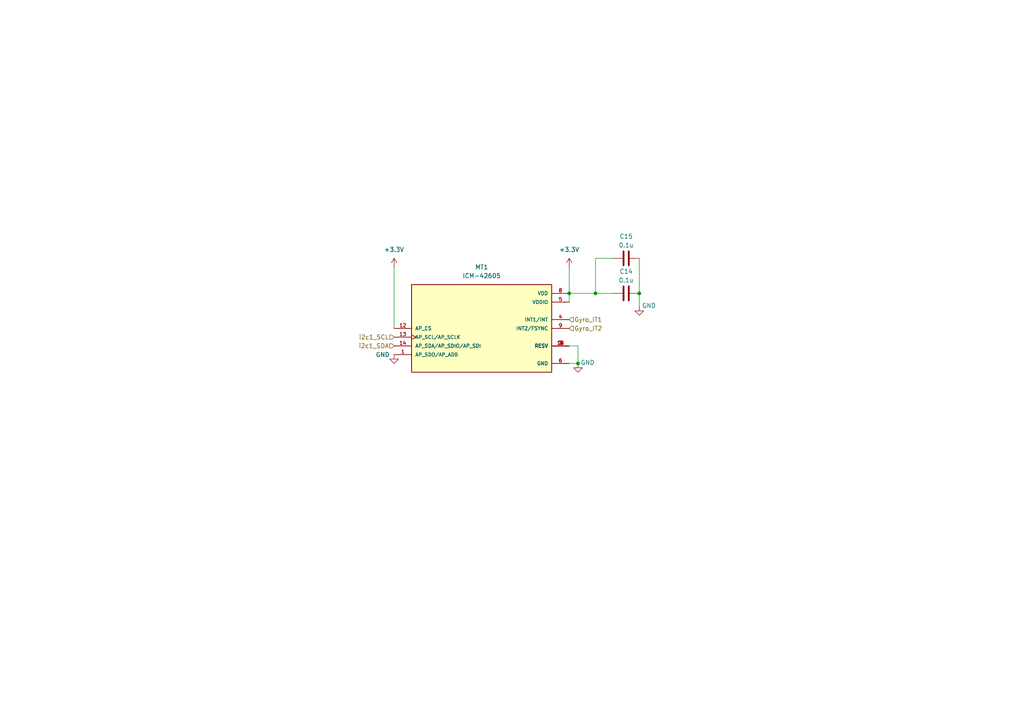
<source format=kicad_sch>
(kicad_sch (version 20250114) (generator "eeschema") (generator_version "9.0")
  (paper "A4")
  (lib_symbols
    (symbol "Device:C" (pin_numbers (hide yes)) (pin_names (offset 0.254))
      (property "Reference" "C" (at 0.635 2.54 0))
      (property "Value" "C" (at 0.635 -2.54 0))
      (symbol "C_0_1"
        (polyline (pts (xy -2.032 0.762) (xy 2.032 0.762)) (stroke (width 0.508)))
        (polyline (pts (xy -2.032 -0.762) (xy 2.032 -0.762)) (stroke (width 0.508)))
      )
      (symbol "C_1_1"
        (pin passive line (at 0 3.81 270) (length 2.794) (name "~") (number "1"))
        (pin passive line (at 0 -3.81 90) (length 2.794) (name "~") (number "2"))
      )
    )
    (symbol "ICM-42605:ICM-42605" (pin_names (offset 1.016))
      (property "Reference" "MT" (at -20.32 13.97 0))
      (property "Value" "ICM-42605" (at -20.32 -15.24 0))
      (symbol "ICM-42605_0_0"
        (rectangle (start -20.32 -12.7) (end 20.32 12.7) (stroke (width 0.254)) (fill (type background)))
        (pin input line (at -25.4 0 0) (length 5.08) (name "AP_CS") (number "12"))
        (pin input clock (at -25.4 -2.54 0) (length 5.08) (name "AP_SCL/AP_SCLK") (number "13"))
        (pin bidirectional line (at -25.4 -5.08 0) (length 5.08) (name "AP_SDA/AP_SDIO/AP_SDI") (number "14"))
        (pin bidirectional line (at -25.4 -7.62 0) (length 5.08) (name "AP_SDO/AP_AD0") (number "1"))
        (pin power_in line (at 25.4 10.16 180) (length 5.08) (name "VDD") (number "8"))
        (pin power_in line (at 25.4 7.62 180) (length 5.08) (name "VDDIO") (number "5"))
        (pin output line (at 25.4 2.54 180) (length 5.08) (name "INT1/INT") (number "4"))
        (pin bidirectional line (at 25.4 0 180) (length 5.08) (name "INT2/FSYNC") (number "9"))
        (pin passive line (at 25.4 -5.08 180) (length 5.08) (name "RESV") (number "10"))
        (pin passive line (at 25.4 -5.08 180) (length 5.08) (name "RESV") (number "11"))
        (pin passive line (at 25.4 -5.08 180) (length 5.08) (name "RESV") (number "2"))
        (pin passive line (at 25.4 -5.08 180) (length 5.08) (name "RESV") (number "3"))
        (pin passive line (at 25.4 -5.08 180) (length 5.08) (name "RESV") (number "7"))
        (pin power_in line (at 25.4 -10.16 180) (length 5.08) (name "GND") (number "6"))
      )
    )
    (symbol "power:+3.3V" (power) (pin_numbers (hide yes)) (pin_names (offset 0) (hide yes))
      (property "Value" "+3.3V" (at 0 3.556 0))
      (symbol "+3.3V_0_1"
        (polyline (pts (xy -0.762 1.27) (xy 0 2.54)))
        (polyline (pts (xy 0 2.54) (xy 0.762 1.27)))
        (polyline (pts (xy 0 0) (xy 0 2.54)))
      )
      (symbol "+3.3V_1_1"
        (pin power_in line (at 0 0 90) (length 0) (name "~") (number "1"))
      )
    )
    (symbol "power:GND" (power) (pin_numbers (hide yes)) (pin_names (offset 0) (hide yes))
      (property "Value" "GND" (at 0 -3.81 0))
      (symbol "GND_0_1"
        (polyline (pts (xy 0 0) (xy 0 -1.27) (xy 1.27 -1.27) (xy 0 -2.54) (xy -1.27 -1.27) (xy 0 -1.27)))
      )
      (symbol "GND_1_1"
        (pin power_in line (at 0 0 270) (length 0) (name "~") (number "1"))
      )
    )
  )
  (junction (at 165.1 85.09))
  (junction (at 167.64 105.41))
  (junction (at 172.72 85.09))
  (junction (at 185.42 85.09))
  (wire (pts (xy 185.42 85.09) (xy 185.42 88.9)))
  (wire (pts (xy 167.64 100.33) (xy 167.64 105.41)))
  (wire (pts (xy 165.1 85.09) (xy 165.1 87.63)))
  (wire (pts (xy 172.72 74.93) (xy 177.8 74.93)))
  (wire (pts (xy 165.1 77.47) (xy 165.1 85.09)))
  (wire (pts (xy 172.72 85.09) (xy 165.1 85.09)))
  (wire (pts (xy 172.72 74.93) (xy 172.72 85.09)))
  (wire (pts (xy 185.42 74.93) (xy 185.42 85.09)))
  (wire (pts (xy 114.3 77.47) (xy 114.3 95.25)))
  (wire (pts (xy 165.1 100.33) (xy 167.64 100.33)))
  (wire (pts (xy 167.64 105.41) (xy 165.1 105.41)))
  (wire (pts (xy 177.8 85.09) (xy 172.72 85.09)))
  (hierarchical_label "i2c1_SDA" (shape input) (at 114.3 100.33 180))
  (hierarchical_label "i2c1_SCL" (shape input) (at 114.3 97.79 180))
  (hierarchical_label "Gyro_IT2" (shape input) (at 165.1 95.25 0))
  (hierarchical_label "Gyro_IT1" (shape input) (at 165.1 92.71 0))
  (symbol (lib_id "power:GND") (at 185.42 88.9 0) (unit 1)
    (property "Reference" "#PWR057" (effects (hide yes)))
    (property "Value" "GND" (at 188.214 88.646 0))
    (property "Description" "Power symbol creates a global label with name \"GND\" , ground" (effects (hide yes)))
  )
  (symbol (lib_id "Device:C") (at 181.61 85.09 90) (unit 1)
    (property "Reference" "C14" (at 181.61 78.74 90))
    (property "Value" "0.1u" (at 181.61 81.28 90))
    (property "Footprint" "Capacitor_SMD:C_0402_1005Metric" (effects (hide yes)))
    (property "Description" "Unpolarized capacitor" (effects (hide yes)))
  )
  (symbol (lib_id "power:+3.3V") (at 114.3 77.47 0) (unit 1)
    (property "Reference" "#PWR029" (effects (hide yes)))
    (property "Value" "+3.3V" (at 114.3 72.39 0))
    (property "Description" "Power symbol creates a global label with name \"+3.3V\"" (effects (hide yes)))
  )
  (symbol (lib_id "ICM-42605:ICM-42605") (at 139.7 95.25 0) (unit 1)
    (property "Reference" "MT1" (at 139.7 77.47 0))
    (property "Value" "ICM-42605" (at 139.7 80.01 0))
    (property "Footprint" "ICM-42605:XDCR_ICM-42605" (effects (hide yes)))
    (property "MF" "TDK InvenSense" (effects (hide yes)))
    (property "MAXIMUM_PACKAGE_HEIGHT" "0.97 mm" (effects (hide yes)))
    (property "Package" "- TDK InvenSense" (effects (hide yes)))
    (property "Price" "None" (effects (hide yes)))
    (property "Check_prices" "https://www.snapeda.com/parts/ICM-42605/TDK/view-part/?ref=eda" (effects (hide yes)))
    (property "STANDARD" "Manufacturer Recommendations" (effects (hide yes)))
    (property "PARTREV" "1.7" (effects (hide yes)))
    (property "SnapEDA_Link" "https://www.snapeda.com/parts/ICM-42605/TDK/view-part/?ref=snap" (effects (hide yes)))
    (property "MP" "ICM-42605" (effects (hide yes)))
    (property "Description_1" "\n                        \n                            Accelerometer, Gyroscope, 6 Axis Sensor I²C, I3C℠, SPI Output\n                        \n" (effects (hide yes)))
    (property "Availability" "In Stock" (effects (hide yes)))
    (property "MANUFACTURER" "TDK InvenSense" (effects (hide yes)))
  )
  (symbol (lib_id "power:+3.3V") (at 165.1 77.47 0) (unit 1)
    (property "Reference" "#PWR030" (effects (hide yes)))
    (property "Value" "+3.3V" (at 165.1 72.39 0))
    (property "Description" "Power symbol creates a global label with name \"+3.3V\"" (effects (hide yes)))
  )
  (symbol (lib_id "power:GND") (at 167.64 105.41 0) (unit 1)
    (property "Reference" "#PWR049" (effects (hide yes)))
    (property "Value" "GND" (at 170.434 105.156 0))
    (property "Description" "Power symbol creates a global label with name \"GND\" , ground" (effects (hide yes)))
  )
  (symbol (lib_id "Device:C") (at 181.61 74.93 90) (unit 1)
    (property "Reference" "C15" (at 181.61 68.58 90))
    (property "Value" "0.1u" (at 181.61 71.12 90))
    (property "Footprint" "Capacitor_SMD:C_0402_1005Metric" (effects (hide yes)))
    (property "Description" "Unpolarized capacitor" (effects (hide yes)))
  )
  (symbol (lib_id "power:GND") (at 114.3 102.87 0) (unit 1)
    (property "Reference" "#PWR058" (effects (hide yes)))
    (property "Value" "GND" (at 110.998 102.87 0))
    (property "Description" "Power symbol creates a global label with name \"GND\" , ground" (effects (hide yes)))
  )
)
</source>
